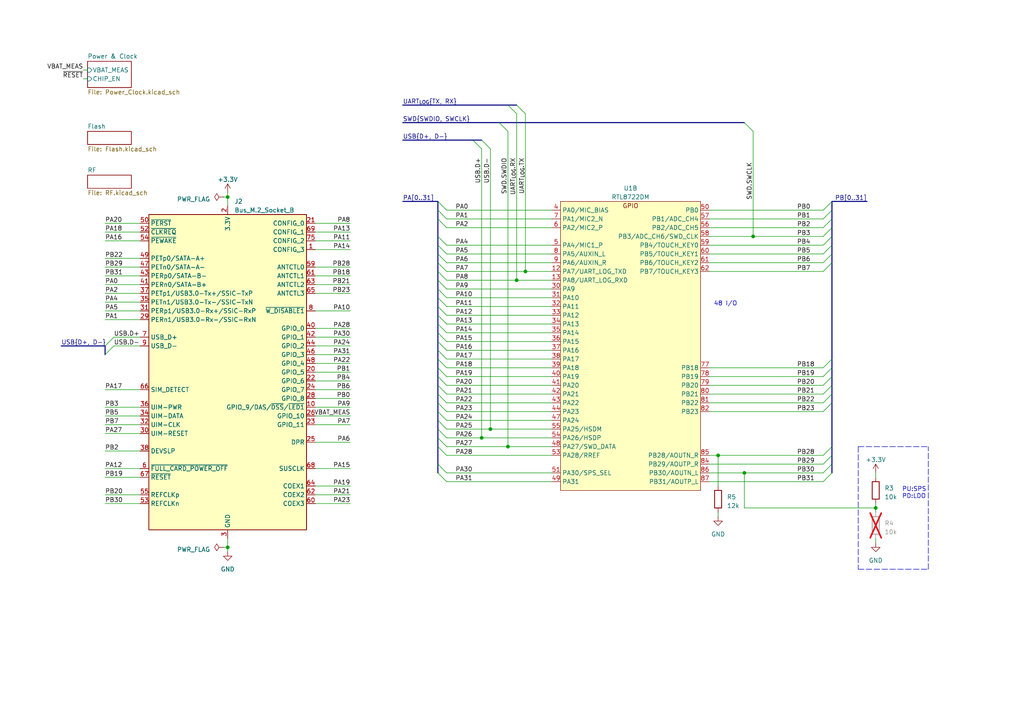
<source format=kicad_sch>
(kicad_sch (version 20230121) (generator eeschema)
  (paper "A4")
  (title_block (title "${title}") (rev "${revision}") (company "${company}") (comment 1 "author: ${author}") (comment 2 "pid: ${pid}"))
  (lib_symbols
    (symbol "Connector:Bus_M.2_Socket_B"
      (property "Reference" "J" (at -22.86 46.99 0))
      (property "Value" "Bus_M.2_Socket_B" (at 16.51 46.99 0))
      (symbol "Bus_M.2_Socket_B_0_1"
        (rectangle (start -22.86 45.72) (end 22.86 -45.72) (stroke (width 0.254)) (fill (type background)))
      )
      (symbol "Bus_M.2_Socket_B_1_1"
        (pin input line (at 25.4 35.56 180) (length 2.54) (name "CONFIG_3") (number "1"))
        (pin bidirectional line (at 25.4 -10.16 180) (length 2.54) (name "GPIO_9/DAS/~{DSS}/~{LED1}") (number "10"))
        (pin passive line (at 0 -48.26 90) (length 2.54) hide (name "GND") (number "11"))
        (pin power_in line (at 0 48.26 270) (length 2.54) (name "3.3V") (number "2"))
        (pin bidirectional line (at 25.4 0 180) (length 2.54) (name "GPIO_5") (number "20"))
        (pin input line (at 25.4 43.18 180) (length 2.54) (name "CONFIG_0") (number "21"))
        (pin bidirectional line (at 25.4 -2.54 180) (length 2.54) (name "GPIO_6") (number "22"))
        (pin bidirectional line (at 25.4 -15.24 180) (length 2.54) (name "GPIO_11") (number "23"))
        (pin bidirectional line (at 25.4 -5.08 180) (length 2.54) (name "GPIO_7") (number "24"))
        (pin output line (at 25.4 -20.32 180) (length 2.54) (name "DPR") (number "25"))
        (pin bidirectional line (at 25.4 -12.7 180) (length 2.54) (name "GPIO_10") (number "26"))
        (pin passive line (at 0 -48.26 90) (length 2.54) hide (name "GND") (number "27"))
        (pin bidirectional line (at 25.4 -7.62 180) (length 2.54) (name "GPIO_8") (number "28"))
        (pin input line (at -25.4 15.24 0) (length 2.54) (name "PERn1/USB3.0-Rx-/SSIC-RxN") (number "29"))
        (pin power_in line (at 0 -48.26 90) (length 2.54) (name "GND") (number "3"))
        (pin input line (at -25.4 -17.78 0) (length 2.54) (name "UIM-RESET") (number "30"))
        (pin input line (at -25.4 17.78 0) (length 2.54) (name "PERp1/USB3.0-Rx+/SSIC-RxP") (number "31"))
        (pin input line (at -25.4 -15.24 0) (length 2.54) (name "UIM-CLK") (number "32"))
        (pin passive line (at 0 -48.26 90) (length 2.54) hide (name "GND") (number "33"))
        (pin bidirectional line (at -25.4 -12.7 0) (length 2.54) (name "UIM-DATA") (number "34"))
        (pin output line (at -25.4 20.32 0) (length 2.54) (name "PETn1/USB3.0-Tx-/SSIC-TxN") (number "35"))
        (pin input line (at -25.4 -10.16 0) (length 2.54) (name "UIM-PWR") (number "36"))
        (pin output line (at -25.4 22.86 0) (length 2.54) (name "PETp1/USB3.0-Tx+/SSIC-TxP") (number "37"))
        (pin output line (at -25.4 -22.86 0) (length 2.54) (name "DEVSLP") (number "38"))
        (pin passive line (at 0 -48.26 90) (length 2.54) hide (name "GND") (number "39"))
        (pin passive line (at 0 48.26 270) (length 2.54) hide (name "3.3V") (number "4"))
        (pin bidirectional line (at 25.4 12.7 180) (length 2.54) (name "GPIO_0") (number "40"))
        (pin input line (at -25.4 25.4 0) (length 2.54) (name "PERn0/SATA-B+") (number "41"))
        (pin bidirectional line (at 25.4 10.16 180) (length 2.54) (name "GPIO_1") (number "42"))
        (pin input line (at -25.4 27.94 0) (length 2.54) (name "PERp0/SATA-B-") (number "43"))
        (pin bidirectional line (at 25.4 7.62 180) (length 2.54) (name "GPIO_2") (number "44"))
        (pin passive line (at 0 -48.26 90) (length 2.54) hide (name "GND") (number "45"))
        (pin bidirectional line (at 25.4 5.08 180) (length 2.54) (name "GPIO_3") (number "46"))
        (pin output line (at -25.4 30.48 0) (length 2.54) (name "PETn0/SATA-A-") (number "47"))
        (pin bidirectional line (at 25.4 2.54 180) (length 2.54) (name "GPIO_4") (number "48"))
        (pin output line (at -25.4 33.02 0) (length 2.54) (name "PETp0/SATA-A+") (number "49"))
        (pin passive line (at 0 -48.26 90) (length 2.54) hide (name "GND") (number "5"))
        (pin output line (at -25.4 43.18 0) (length 2.54) (name "~{PERST}") (number "50"))
        (pin passive line (at 0 -48.26 90) (length 2.54) hide (name "GND") (number "51"))
        (pin bidirectional line (at -25.4 40.64 0) (length 2.54) (name "~{CLKREQ}") (number "52"))
        (pin output line (at -25.4 -38.1 0) (length 2.54) (name "REFCLKn") (number "53"))
        (pin bidirectional line (at -25.4 38.1 0) (length 2.54) (name "~{PEWAKE}") (number "54"))
        (pin output line (at -25.4 -35.56 0) (length 2.54) (name "REFCLKp") (number "55"))
        (pin no_connect line (at 22.86 -43.18 180) (length 2.54) hide (name "NC") (number "56"))
        (pin passive line (at 0 -48.26 90) (length 2.54) hide (name "GND") (number "57"))
        (pin no_connect line (at 22.86 -40.64 180) (length 2.54) hide (name "NC") (number "58"))
        (pin input line (at 25.4 30.48 180) (length 2.54) (name "ANTCTL0") (number "59"))
        (pin output line (at -25.4 -27.94 0) (length 2.54) (name "~{FULL_CARD_POWER_OFF}") (number "6"))
        (pin bidirectional line (at 25.4 -38.1 180) (length 2.54) (name "COEX3") (number "60"))
        (pin input line (at 25.4 27.94 180) (length 2.54) (name "ANTCTL1") (number "61"))
        (pin bidirectional line (at 25.4 -35.56 180) (length 2.54) (name "COEX2") (number "62"))
        (pin input line (at 25.4 25.4 180) (length 2.54) (name "ANTCTL2") (number "63"))
        (pin bidirectional line (at 25.4 -33.02 180) (length 2.54) (name "COEX1") (number "64"))
        (pin input line (at 25.4 22.86 180) (length 2.54) (name "ANTCTL3") (number "65"))
        (pin output line (at -25.4 -5.08 0) (length 2.54) (name "SIM_DETECT") (number "66"))
        (pin output line (at -25.4 -30.48 0) (length 2.54) (name "~{RESET}") (number "67"))
        (pin output line (at 25.4 -27.94 180) (length 2.54) (name "SUSCLK") (number "68"))
        (pin input line (at 25.4 40.64 180) (length 2.54) (name "CONFIG_1") (number "69"))
        (pin bidirectional line (at -25.4 10.16 0) (length 2.54) (name "USB_D+") (number "7"))
        (pin passive line (at 0 48.26 270) (length 2.54) hide (name "3.3V") (number "70"))
        (pin passive line (at 0 -48.26 90) (length 2.54) hide (name "GND") (number "71"))
        (pin passive line (at 0 48.26 270) (length 2.54) hide (name "3.3V") (number "72"))
        (pin passive line (at 0 -48.26 90) (length 2.54) hide (name "GND") (number "73"))
        (pin passive line (at 0 48.26 270) (length 2.54) hide (name "3.3V") (number "74"))
        (pin input line (at 25.4 38.1 180) (length 2.54) (name "CONFIG_2") (number "75"))
        (pin output line (at 25.4 17.78 180) (length 2.54) (name "~{W_DISABLE1}") (number "8"))
        (pin bidirectional line (at -25.4 7.62 0) (length 2.54) (name "USB_D-") (number "9"))
      )
    )
    (symbol "Connector:Conn_ARM_SWD_TagConnect_TC2030-NL" (in_bom no)
      (property "Reference" "J" (at 2.54 11.43 0))
      (property "Value" "Conn_ARM_SWD_TagConnect_TC2030-NL" (at 2.54 8.89 0))
      (symbol "Conn_ARM_SWD_TagConnect_TC2030-NL_0_0"
        (pin power_in line (at -2.54 10.16 270) (length 2.54) (name "VCC") (number "1"))
        (pin bidirectional line (at 7.62 -2.54 180) (length 2.54) (name "SWDIO") (number "2"))
        (pin open_collector line (at 7.62 5.08 180) (length 2.54) (name "~{RESET}") (number "3"))
        (pin output line (at 7.62 0 180) (length 2.54) (name "SWCLK") (number "4"))
        (pin power_in line (at -2.54 -10.16 90) (length 2.54) (name "GND") (number "5"))
        (pin input line (at 7.62 -5.08 180) (length 2.54) (name "SWO") (number "6"))
      )
      (symbol "Conn_ARM_SWD_TagConnect_TC2030-NL_0_1"
        (rectangle (start -5.08 7.62) (end 5.08 -7.62) (fill (type background)))
      )
    )
    (symbol "Device:R" (pin_numbers hide) (pin_names (offset 0))
      (property "Reference" "R" (at 2.032 0 90))
      (property "Value" "R" (at 0 0 90))
      (symbol "R_0_1"
        (rectangle (start -1.016 -2.54) (end 1.016 2.54) (stroke (width 0.254)))
      )
      (symbol "R_1_1"
        (pin passive line (at 0 3.81 270) (length 1.27) (name "~") (number "1"))
        (pin passive line (at 0 -3.81 90) (length 1.27) (name "~") (number "2"))
      )
    )
    (symbol "MCU_Realtek:RTL8722DM"
      (property "Reference" "U" (at -20.32 57.15 0))
      (property "Value" "RTL8722DM" (at 15.24 -29.21 0))
      (symbol "RTL8722DM_1_0"
        (pin input line (at -33.02 0 0) (length 2.54) (name "CHIP_EN") (number "11"))
      )
      (symbol "RTL8722DM_1_1"
        (rectangle (start -30.48 20.32) (end 27.94 -15.24) (fill (type background)))
        (text "Power and XTAL" (at 0 0 0) (effects (font (size 1.27 1.27))))
        (pin passive line (at -2.54 -17.78 90) (length 2.54) (name "AUDIO_GND") (number "1"))
        (pin power_in line (at 17.78 22.86 270) (length 2.54) (name "VD1833_GPIO") (number "10"))
        (pin power_in line (at -20.32 22.86 270) (length 2.54) (name "VA11_AFE") (number "14"))
        (pin power_in line (at 15.24 22.86 270) (length 2.54) (name "VA1833_XTAL") (number "15"))
        (pin output line (at -33.02 -12.7 0) (length 2.54) (name "XO") (number "16"))
        (pin input line (at -33.02 -10.16 0) (length 2.54) (name "XI") (number "17"))
        (pin power_in line (at -5.08 22.86 270) (length 2.54) (name "VR1833_SYN") (number "18"))
        (pin power_in line (at -15.24 22.86 270) (length 2.54) (name "VR11_SYN") (number "19"))
        (pin power_out line (at 30.48 0 180) (length 2.54) (name "AVCC") (number "2"))
        (pin power_in line (at -12.7 22.86 270) (length 2.54) (name "VR11_RF2") (number "20"))
        (pin power_in line (at -2.54 22.86 270) (length 2.54) (name "VR1833_PAD_A") (number "21"))
        (pin power_in line (at 0 22.86 270) (length 2.54) (name "VR1833_PA_A") (number "22"))
        (pin power_in line (at 2.54 22.86 270) (length 2.54) (name "VR1833_PA_G") (number "28"))
        (pin power_in line (at -10.16 22.86 270) (length 2.54) (name "VR11_RF1") (number "29"))
        (pin power_out line (at 30.48 -2.54 180) (length 2.54) (name "AUDIO_VREF") (number "3"))
        (pin power_in line (at 20.32 22.86 270) (length 2.54) (name "VD1833_GPIO") (number "45"))
        (pin power_in line (at -27.94 22.86 270) (length 2.54) (name "VD11_CORE") (number "46"))
        (pin power_in line (at 12.7 22.86 270) (length 2.54) (name "VA1833_USB") (number "52"))
        (pin input line (at -33.02 5.08 0) (length 2.54) (name "VBAT_MEAS") (number "63"))
        (pin power_in line (at 7.62 22.86 270) (length 2.54) (name "VA1833_PLL") (number "64"))
        (pin power_in line (at -22.86 22.86 270) (length 2.54) (name "VA11_PLL") (number "65"))
        (pin power_out line (at 30.48 -5.08 180) (length 2.54) (name "VD18_PSRAM") (number "66"))
        (pin power_in line (at 22.86 22.86 270) (length 2.54) (name "VD1833_PMU") (number "67"))
        (pin passive line (at 2.54 -17.78 90) (length 2.54) (name "GNDSPS") (number "68"))
        (pin power_out line (at 30.48 5.08 180) (length 2.54) (name "SW_LX") (number "69"))
        (pin power_in line (at 10.16 22.86 270) (length 2.54) (name "VD1833_SPS/VD1833_FLASH") (number "70"))
        (pin power_in line (at -25.4 22.86 270) (length 2.54) (name "VD11_CORE") (number "83"))
        (pin power_in line (at 25.4 22.86 270) (length 2.54) (name "AVCC_DRIV") (number "88"))
        (pin power_in line (at 0 -17.78 90) (length 2.54) (name "GND") (number "89"))
      )
      (symbol "RTL8722DM_2_1"
        (rectangle (start -20.32 55.88) (end 20.32 -27.94) (fill (type background)))
        (text "GPIO" (at 0 54.61 0) (effects (font (size 1.27 1.27))))
        (pin bidirectional line (at -22.86 35.56 0) (length 2.54) (name "PA7/UART_LOG_TXD") (number "12"))
        (pin bidirectional line (at -22.86 33.02 0) (length 2.54) (name "PA8/UART_LOG_RXD") (number "13"))
        (pin bidirectional line (at -22.86 30.48 0) (length 2.54) (name "PA9") (number "30"))
        (pin bidirectional line (at -22.86 27.94 0) (length 2.54) (name "PA10") (number "31"))
        (pin bidirectional line (at -22.86 25.4 0) (length 2.54) (name "PA11") (number "32"))
        (pin bidirectional line (at -22.86 22.86 0) (length 2.54) (name "PA12") (number "33"))
        (pin bidirectional line (at -22.86 20.32 0) (length 2.54) (name "PA13") (number "34"))
        (pin bidirectional line (at -22.86 17.78 0) (length 2.54) (name "PA14") (number "35"))
        (pin bidirectional line (at -22.86 15.24 0) (length 2.54) (name "PA15") (number "36"))
        (pin bidirectional line (at -22.86 12.7 0) (length 2.54) (name "PA16") (number "37"))
        (pin bidirectional line (at -22.86 10.16 0) (length 2.54) (name "PA17") (number "38"))
        (pin bidirectional line (at -22.86 7.62 0) (length 2.54) (name "PA18") (number "39"))
        (pin bidirectional line (at -22.86 53.34 0) (length 2.54) (name "PA0/MIC_BIAS") (number "4"))
        (pin bidirectional line (at -22.86 5.08 0) (length 2.54) (name "PA19") (number "40"))
        (pin bidirectional line (at -22.86 2.54 0) (length 2.54) (name "PA20") (number "41"))
        (pin bidirectional line (at -22.86 0 0) (length 2.54) (name "PA21") (number "42"))
        (pin bidirectional line (at -22.86 -2.54 0) (length 2.54) (name "PA22") (number "43"))
        (pin bidirectional line (at -22.86 -5.08 0) (length 2.54) (name "PA23") (number "44"))
        (pin bidirectional line (at -22.86 -7.62 0) (length 2.54) (name "PA24") (number "47"))
        (pin bidirectional line (at -22.86 -15.24 0) (length 2.54) (name "PA27/SWD_DATA") (number "48"))
        (pin bidirectional line (at -22.86 -25.4 0) (length 2.54) (name "PA31") (number "49"))
        (pin bidirectional line (at -22.86 43.18 0) (length 2.54) (name "PA4/MIC1_P") (number "5"))
        (pin bidirectional line (at 22.86 53.34 180) (length 2.54) (name "PB0") (number "50"))
        (pin bidirectional line (at -22.86 -22.86 0) (length 2.54) (name "PA30/SPS_SEL") (number "51"))
        (pin bidirectional line (at -22.86 -17.78 0) (length 2.54) (name "PA28/RREF") (number "53"))
        (pin bidirectional line (at -22.86 -12.7 0) (length 2.54) (name "PA26/HSDP") (number "54"))
        (pin bidirectional line (at -22.86 -10.16 0) (length 2.54) (name "PA25/HSDM") (number "55"))
        (pin bidirectional line (at 22.86 48.26 180) (length 2.54) (name "PB2/ADC_CH5") (number "56"))
        (pin bidirectional line (at 22.86 50.8 180) (length 2.54) (name "PB1/ADC_CH4") (number "57"))
        (pin bidirectional line (at 22.86 45.72 180) (length 2.54) (name "PB3/ADC_CH6/SWD_CLK") (number "58"))
        (pin bidirectional line (at 22.86 43.18 180) (length 2.54) (name "PB4/TOUCH_KEY0") (number "59"))
        (pin bidirectional line (at -22.86 48.26 0) (length 2.54) (name "PA2/MIC2_P") (number "6"))
        (pin bidirectional line (at 22.86 40.64 180) (length 2.54) (name "PB5/TOUCH_KEY1") (number "60"))
        (pin bidirectional line (at 22.86 38.1 180) (length 2.54) (name "PB6/TOUCH_KEY2") (number "61"))
        (pin bidirectional line (at 22.86 35.56 180) (length 2.54) (name "PB7/TOUCH_KEY3") (number "62"))
        (pin bidirectional line (at -22.86 50.8 0) (length 2.54) (name "PA1/MIC2_N") (number "7"))
        (pin bidirectional line (at 22.86 7.62 180) (length 2.54) (name "PB18") (number "77"))
        (pin bidirectional line (at 22.86 5.08 180) (length 2.54) (name "PB19") (number "78"))
        (pin bidirectional line (at 22.86 2.54 180) (length 2.54) (name "PB20") (number "79"))
        (pin bidirectional line (at -22.86 40.64 0) (length 2.54) (name "PA5/AUXIN_L") (number "8"))
        (pin bidirectional line (at 22.86 0 180) (length 2.54) (name "PB21") (number "80"))
        (pin bidirectional line (at 22.86 -2.54 180) (length 2.54) (name "PB22") (number "81"))
        (pin bidirectional line (at 22.86 -5.08 180) (length 2.54) (name "PB23") (number "82"))
        (pin bidirectional line (at 22.86 -20.32 180) (length 2.54) (name "PB29/AOUTP_R") (number "84"))
        (pin bidirectional line (at 22.86 -17.78 180) (length 2.54) (name "PB28/AOUTN_R") (number "85"))
        (pin bidirectional line (at 22.86 -22.86 180) (length 2.54) (name "PB30/AOUTN_L") (number "86"))
        (pin bidirectional line (at 22.86 -25.4 180) (length 2.54) (name "PB31/AOUTP_L") (number "87"))
        (pin bidirectional line (at -22.86 38.1 0) (length 2.54) (name "PA6/AUXIN_R") (number "9"))
      )
      (symbol "RTL8722DM_3_1"
        (rectangle (start -7.62 12.7) (end 7.62 -10.16) (fill (type background)))
        (text "RF" (at 0 11.43 0) (effects (font (size 1.27 1.27))))
        (pin bidirectional line (at 10.16 7.62 180) (length 2.54) (name "RFIO_A") (number "23"))
        (pin input line (at 10.16 5.08 180) (length 2.54) (name "RXIN_A/GND") (number "24"))
        (pin power_in line (at 0 -12.7 90) (length 2.54) (name "RFGND") (number "25"))
        (pin input line (at 10.16 2.54 180) (length 2.54) (name "RFIN_G") (number "26"))
        (pin output line (at 10.16 0 180) (length 2.54) (name "RFOUT_G") (number "27"))
      )
      (symbol "RTL8722DM_4_1"
        (rectangle (start -5.08 10.16) (end 5.08 -10.16) (fill (type background)))
        (text "Flash" (at 0 8.89 0) (effects (font (size 1.27 1.27))))
        (pin bidirectional line (at 7.62 -7.62 180) (length 2.54) (name "SPI_IO3") (number "71"))
        (pin bidirectional line (at 7.62 0 180) (length 2.54) (name "SPI_IO0") (number "72"))
        (pin bidirectional line (at 7.62 2.54 180) (length 2.54) (name "SPI_CLK") (number "73"))
        (pin bidirectional line (at 7.62 -5.08 180) (length 2.54) (name "SPI_IO2") (number "74"))
        (pin bidirectional line (at 7.62 -2.54 180) (length 2.54) (name "SPI_IO1") (number "75"))
        (pin bidirectional line (at 7.62 5.08 180) (length 2.54) (name "SPI_~{CS}") (number "76"))
      )
    )
    (symbol "power:+3.3V" (power) (pin_names (offset 0))
      (property "Value" "+3.3V" (at 0 3.556 0))
      (symbol "+3.3V_0_1"
        (polyline (pts (xy -0.762 1.27) (xy 0 2.54)))
        (polyline (pts (xy 0 0) (xy 0 2.54)))
        (polyline (pts (xy 0 2.54) (xy 0.762 1.27)))
      )
      (symbol "+3.3V_1_1"
        (pin power_in line (at 0 0 90) (length 0) hide (name "+3.3V") (number "1"))
      )
    )
    (symbol "power:GND" (power) (pin_names (offset 0))
      (property "Value" "GND" (at 0 -3.81 0))
      (symbol "GND_0_1"
        (polyline (pts (xy 0 0) (xy 0 -1.27) (xy 1.27 -1.27) (xy 0 -2.54) (xy -1.27 -1.27) (xy 0 -1.27)))
      )
      (symbol "GND_1_1"
        (pin power_in line (at 0 0 270) (length 0) hide (name "GND") (number "1"))
      )
    )
    (symbol "power:PWR_FLAG" (power) (pin_numbers hide) (pin_names (offset 0) hide)
      (property "Value" "PWR_FLAG" (at 0 3.81 0))
      (symbol "PWR_FLAG_0_0"
        (pin power_out line (at 0 0 90) (length 0) (name "pwr") (number "1"))
      )
      (symbol "PWR_FLAG_0_1"
        (polyline (pts (xy 0 0) (xy 0 1.27) (xy -1.016 1.905) (xy 0 2.54) (xy 1.016 1.905) (xy 0 1.27)))
      )
    )
  )
  (junction (at 139.7 127))
  (junction (at 66.04 57.15))
  (junction (at 149.86 81.28))
  (junction (at 66.04 158.75))
  (junction (at 208.28 132.08))
  (junction (at 215.9 137.16))
  (junction (at 254 147.32))
  (junction (at 142.24 124.46))
  (junction (at 152.4 78.74))
  (junction (at 147.32 129.54))
  (junction (at 218.44 68.58))
  (no_connect (at 113.03 -54.61))
  (no_connect (at 125.73 -22.86))
  (bus_entry (at 215.9 35.56) (size 2.54 2.54))
  (bus_entry (at 238.76 111.76) (size 2.54 -2.54))
  (bus_entry (at 238.76 63.5) (size 2.54 -2.54))
  (bus_entry (at 127 137.16) (size 2.54 2.54))
  (bus_entry (at 238.76 76.2) (size 2.54 -2.54))
  (bus_entry (at 238.76 132.08) (size 2.54 -2.54))
  (bus_entry (at 238.76 60.96) (size 2.54 -2.54))
  (bus_entry (at 238.76 66.04) (size 2.54 -2.54))
  (bus_entry (at 127 116.84) (size 2.54 2.54))
  (bus_entry (at 127 71.12) (size 2.54 2.54))
  (bus_entry (at 238.76 73.66) (size 2.54 -2.54))
  (bus_entry (at 238.76 114.3) (size 2.54 -2.54))
  (bus_entry (at 142.24 43.18) (size -2.54 -2.54))
  (bus_entry (at 238.76 109.22) (size 2.54 -2.54))
  (bus_entry (at 127 124.46) (size 2.54 2.54))
  (bus_entry (at 127 93.98) (size 2.54 2.54))
  (bus_entry (at 127 68.58) (size 2.54 2.54))
  (bus_entry (at 238.76 71.12) (size 2.54 -2.54))
  (bus_entry (at 238.76 119.38) (size 2.54 -2.54))
  (bus_entry (at 139.7 -27.94) (size -2.54 2.54))
  (bus_entry (at 127 58.42) (size 2.54 2.54))
  (bus_entry (at 33.02 97.79) (size -2.54 2.54))
  (bus_entry (at 238.76 68.58) (size 2.54 -2.54))
  (bus_entry (at 149.86 30.48) (size 2.54 2.54))
  (bus_entry (at 127 81.28) (size 2.54 2.54))
  (bus_entry (at 238.76 78.74) (size 2.54 -2.54))
  (bus_entry (at 127 121.92) (size 2.54 2.54))
  (bus_entry (at 127 109.22) (size 2.54 2.54))
  (bus_entry (at 127 104.14) (size 2.54 2.54))
  (bus_entry (at 127 63.5) (size 2.54 2.54))
  (bus_entry (at 238.76 139.7) (size 2.54 -2.54))
  (bus_entry (at 238.76 134.62) (size 2.54 -2.54))
  (bus_entry (at 127 114.3) (size 2.54 2.54))
  (bus_entry (at 127 134.62) (size 2.54 2.54))
  (bus_entry (at 127 73.66) (size 2.54 2.54))
  (bus_entry (at 139.7 -30.48) (size -2.54 2.54))
  (bus_entry (at 127 96.52) (size 2.54 2.54))
  (bus_entry (at 127 78.74) (size 2.54 2.54))
  (bus_entry (at 127 99.06) (size 2.54 2.54))
  (bus_entry (at 127 106.68) (size 2.54 2.54))
  (bus_entry (at 238.76 116.84) (size 2.54 -2.54))
  (bus_entry (at 127 119.38) (size 2.54 2.54))
  (bus_entry (at 127 127) (size 2.54 2.54))
  (bus_entry (at 127 60.96) (size 2.54 2.54))
  (bus_entry (at 128.27 -59.69) (size -2.54 2.54))
  (bus_entry (at 238.76 137.16) (size 2.54 -2.54))
  (bus_entry (at 238.76 106.68) (size 2.54 -2.54))
  (bus_entry (at 33.02 100.33) (size -2.54 2.54))
  (bus_entry (at 127 88.9) (size 2.54 2.54))
  (bus_entry (at 127 86.36) (size 2.54 2.54))
  (bus_entry (at 147.32 30.48) (size 2.54 2.54))
  (bus_entry (at 127 91.44) (size 2.54 2.54))
  (bus_entry (at 127 129.54) (size 2.54 2.54))
  (bus_entry (at 127 101.6) (size 2.54 2.54))
  (bus_entry (at 127 83.82) (size 2.54 2.54))
  (bus_entry (at 128.27 -62.23) (size -2.54 2.54))
  (bus_entry (at 139.7 43.18) (size -2.54 -2.54))
  (bus_entry (at 127 111.76) (size 2.54 2.54))
  (bus_entry (at 144.78 35.56) (size 2.54 2.54))
  (bus_entry (at 127 76.2) (size 2.54 2.54))
  (bus (pts (xy 127 116.84) (xy 127 114.3)))
  (bus (pts (xy 127 137.16) (xy 127 134.62)))
  (wire (pts (xy 30.48 69.85) (xy 40.64 69.85)))
  (wire (pts (xy 129.54 71.12) (xy 160.02 71.12)))
  (wire (pts (xy 91.44 105.41) (xy 101.6 105.41)))
  (wire (pts (xy 124.46 -33.02) (xy 127 -33.02)))
  (wire (pts (xy 254 137.16) (xy 254 138.43)))
  (wire (pts (xy 91.44 110.49) (xy 101.6 110.49)))
  (bus (pts (xy 127 119.38) (xy 127 116.84)))
  (wire (pts (xy 139.7 43.18) (xy 139.7 127)))
  (wire (pts (xy 129.54 104.14) (xy 160.02 104.14)))
  (bus (pts (xy 144.78 35.56) (xy 215.9 35.56)))
  (wire (pts (xy 91.44 67.31) (xy 101.6 67.31)))
  (wire (pts (xy 66.04 158.75) (xy 66.04 160.02)))
  (wire (pts (xy 30.48 130.81) (xy 40.64 130.81)))
  (wire (pts (xy 205.74 78.74) (xy 238.76 78.74)))
  (bus (pts (xy 241.3 132.08) (xy 241.3 129.54)))
  (bus (pts (xy 127 127) (xy 127 124.46)))
  (wire (pts (xy 205.74 139.7) (xy 238.76 139.7)))
  (wire (pts (xy 205.74 106.68) (xy 238.76 106.68)))
  (bus (pts (xy 241.3 137.16) (xy 241.3 134.62)))
  (bus (pts (xy 127 121.92) (xy 127 119.38)))
  (wire (pts (xy 30.48 77.47) (xy 40.64 77.47)))
  (wire (pts (xy 205.74 111.76) (xy 238.76 111.76)))
  (wire (pts (xy 30.48 113.03) (xy 40.64 113.03)))
  (wire (pts (xy 129.54 116.84) (xy 160.02 116.84)))
  (bus (pts (xy 127 88.9) (xy 127 86.36)))
  (bus (pts (xy 139.7 -30.48) (xy 139.7 -27.94)))
  (bus (pts (xy 241.3 116.84) (xy 241.3 114.3)))
  (bus (pts (xy 127 73.66) (xy 127 71.12)))
  (wire (pts (xy 129.54 96.52) (xy 160.02 96.52)))
  (bus (pts (xy 241.3 106.68) (xy 241.3 104.14)))
  (wire (pts (xy 208.28 148.59) (xy 208.28 149.86)))
  (bus (pts (xy 116.84 35.56) (xy 144.78 35.56)))
  (wire (pts (xy 30.48 87.63) (xy 40.64 87.63)))
  (bus (pts (xy 127 71.12) (xy 127 68.58)))
  (wire (pts (xy 91.44 107.95) (xy 101.6 107.95)))
  (wire (pts (xy 205.74 114.3) (xy 238.76 114.3)))
  (bus (pts (xy 127 99.06) (xy 127 96.52)))
  (wire (pts (xy 33.02 97.79) (xy 40.64 97.79)))
  (wire (pts (xy 30.48 125.73) (xy 40.64 125.73)))
  (wire (pts (xy 30.48 123.19) (xy 40.64 123.19)))
  (wire (pts (xy 91.44 97.79) (xy 101.6 97.79)))
  (wire (pts (xy 129.54 91.44) (xy 160.02 91.44)))
  (bus (pts (xy 127 106.68) (xy 127 104.14)))
  (wire (pts (xy 101.6 -49.53) (xy 101.6 -48.26)))
  (wire (pts (xy 205.74 134.62) (xy 238.76 134.62)))
  (bus (pts (xy 241.3 129.54) (xy 241.3 116.84)))
  (wire (pts (xy 30.48 146.05) (xy 40.64 146.05)))
  (wire (pts (xy 205.74 63.5) (xy 238.76 63.5)))
  (wire (pts (xy 129.54 83.82) (xy 160.02 83.82)))
  (wire (pts (xy 124.46 -27.94) (xy 137.16 -27.94)))
  (wire (pts (xy 101.6 85.09) (xy 91.44 85.09)))
  (wire (pts (xy 205.74 119.38) (xy 238.76 119.38)))
  (wire (pts (xy 30.48 92.71) (xy 40.64 92.71)))
  (wire (pts (xy 91.44 102.87) (xy 101.6 102.87)))
  (bus (pts (xy 127 83.82) (xy 127 81.28)))
  (wire (pts (xy 254 147.32) (xy 254 146.05)))
  (wire (pts (xy 149.86 81.28) (xy 160.02 81.28)))
  (wire (pts (xy 111.76 -59.69) (xy 125.73 -59.69)))
  (bus (pts (xy 127 96.52) (xy 127 93.98)))
  (wire (pts (xy 129.54 99.06) (xy 160.02 99.06)))
  (bus (pts (xy 241.3 63.5) (xy 241.3 60.96)))
  (wire (pts (xy 205.74 66.04) (xy 238.76 66.04)))
  (wire (pts (xy 129.54 132.08) (xy 160.02 132.08)))
  (bus (pts (xy 241.3 58.42) (xy 251.46 58.42)))
  (wire (pts (xy 30.48 120.65) (xy 40.64 120.65)))
  (wire (pts (xy 215.9 137.16) (xy 238.76 137.16)))
  (bus (pts (xy 127 114.3) (xy 127 111.76)))
  (wire (pts (xy 40.64 138.43) (xy 30.48 138.43)))
  (wire (pts (xy 91.44 90.17) (xy 101.6 90.17)))
  (wire (pts (xy 147.32 129.54) (xy 160.02 129.54)))
  (bus (pts (xy 147.32 30.48) (xy 149.86 30.48)))
  (wire (pts (xy 152.4 78.74) (xy 160.02 78.74)))
  (bus (pts (xy 241.3 68.58) (xy 241.3 66.04)))
  (wire (pts (xy 91.44 120.65) (xy 101.6 120.65)))
  (wire (pts (xy 91.44 77.47) (xy 101.6 77.47)))
  (bus (pts (xy 241.3 111.76) (xy 241.3 109.22)))
  (wire (pts (xy 111.76 -64.77) (xy 114.3 -64.77)))
  (wire (pts (xy 91.44 113.03) (xy 101.6 113.03)))
  (wire (pts (xy 91.44 128.27) (xy 101.6 128.27)))
  (bus (pts (xy 30.48 100.33) (xy 30.48 102.87)))
  (wire (pts (xy 129.54 109.22) (xy 160.02 109.22)))
  (wire (pts (xy 129.54 111.76) (xy 160.02 111.76)))
  (bus (pts (xy 127 109.22) (xy 127 106.68)))
  (wire (pts (xy 129.54 129.54) (xy 147.32 129.54)))
  (wire (pts (xy 129.54 114.3) (xy 160.02 114.3)))
  (bus (pts (xy 128.27 -62.23) (xy 128.27 -59.69)))
  (wire (pts (xy 24.13 22.86) (xy 25.4 22.86)))
  (wire (pts (xy 254 156.21) (xy 254 157.48)))
  (wire (pts (xy 218.44 38.1) (xy 218.44 68.58)))
  (polyline (pts (xy 248.92 129.54) (xy 269.24 129.54)) (stroke (width 0) (type dash)))
  (wire (pts (xy 66.04 156.21) (xy 66.04 158.75)))
  (bus (pts (xy 127 129.54) (xy 127 127)))
  (bus (pts (xy 241.3 134.62) (xy 241.3 132.08)))
  (wire (pts (xy 91.44 82.55) (xy 101.6 82.55)))
  (wire (pts (xy 30.48 82.55) (xy 40.64 82.55)))
  (wire (pts (xy 205.74 132.08) (xy 208.28 132.08)))
  (wire (pts (xy 91.44 123.19) (xy 101.6 123.19)))
  (wire (pts (xy 30.48 64.77) (xy 40.64 64.77)))
  (wire (pts (xy 91.44 118.11) (xy 101.6 118.11)))
  (wire (pts (xy 91.44 80.01) (xy 101.6 80.01)))
  (wire (pts (xy 208.28 132.08) (xy 238.76 132.08)))
  (wire (pts (xy 129.54 139.7) (xy 160.02 139.7)))
  (bus (pts (xy 127 124.46) (xy 127 121.92)))
  (bus (pts (xy 127 101.6) (xy 127 99.06)))
  (bus (pts (xy 241.3 76.2) (xy 241.3 73.66)))
  (wire (pts (xy 218.44 68.58) (xy 238.76 68.58)))
  (wire (pts (xy 66.04 55.88) (xy 66.04 57.15)))
  (wire (pts (xy 91.44 140.97) (xy 101.6 140.97)))
  (wire (pts (xy 129.54 66.04) (xy 160.02 66.04)))
  (bus (pts (xy 127 111.76) (xy 127 109.22)))
  (wire (pts (xy 205.74 68.58) (xy 218.44 68.58)))
  (wire (pts (xy 129.54 127) (xy 139.7 127)))
  (bus (pts (xy 127 68.58) (xy 127 63.5)))
  (wire (pts (xy 91.44 100.33) (xy 101.6 100.33)))
  (wire (pts (xy 30.48 90.17) (xy 40.64 90.17)))
  (bus (pts (xy 241.3 71.12) (xy 241.3 68.58)))
  (bus (pts (xy 241.3 109.22) (xy 241.3 106.68)))
  (wire (pts (xy 111.76 -54.61) (xy 113.03 -54.61)))
  (wire (pts (xy 30.48 74.93) (xy 40.64 74.93)))
  (wire (pts (xy 66.04 57.15) (xy 66.04 59.69)))
  (wire (pts (xy 64.77 57.15) (xy 66.04 57.15)))
  (wire (pts (xy 215.9 147.32) (xy 254 147.32)))
  (wire (pts (xy 30.48 143.51) (xy 40.64 143.51)))
  (wire (pts (xy 129.54 124.46) (xy 142.24 124.46)))
  (wire (pts (xy 129.54 81.28) (xy 149.86 81.28)))
  (wire (pts (xy 215.9 137.16) (xy 215.9 147.32)))
  (bus (pts (xy 127 91.44) (xy 127 88.9)))
  (wire (pts (xy 24.13 20.32) (xy 25.4 20.32)))
  (bus (pts (xy 127 134.62) (xy 127 129.54)))
  (bus (pts (xy 17.78 100.33) (xy 30.48 100.33)))
  (wire (pts (xy 205.74 76.2) (xy 238.76 76.2)))
  (bus (pts (xy 137.16 40.64) (xy 139.7 40.64)))
  (wire (pts (xy 30.48 85.09) (xy 40.64 85.09)))
  (wire (pts (xy 142.24 124.46) (xy 160.02 124.46)))
  (wire (pts (xy 30.48 67.31) (xy 40.64 67.31)))
  (wire (pts (xy 30.48 118.11) (xy 40.64 118.11)))
  (wire (pts (xy 129.54 63.5) (xy 160.02 63.5)))
  (wire (pts (xy 129.54 73.66) (xy 160.02 73.66)))
  (wire (pts (xy 142.24 43.18) (xy 142.24 124.46)))
  (wire (pts (xy 205.74 73.66) (xy 238.76 73.66)))
  (bus (pts (xy 241.3 66.04) (xy 241.3 63.5)))
  (bus (pts (xy 241.3 114.3) (xy 241.3 111.76)))
  (wire (pts (xy 129.54 119.38) (xy 160.02 119.38)))
  (wire (pts (xy 205.74 116.84) (xy 238.76 116.84)))
  (bus (pts (xy 127 63.5) (xy 127 60.96)))
  (bus (pts (xy 127 86.36) (xy 127 83.82)))
  (wire (pts (xy 91.44 64.77) (xy 101.6 64.77)))
  (wire (pts (xy 33.02 100.33) (xy 40.64 100.33)))
  (wire (pts (xy 30.48 80.01) (xy 40.64 80.01)))
  (wire (pts (xy 205.74 60.96) (xy 238.76 60.96)))
  (wire (pts (xy 91.44 69.85) (xy 101.6 69.85)))
  (bus (pts (xy 127 60.96) (xy 127 58.42)))
  (wire (pts (xy 91.44 135.89) (xy 101.6 135.89)))
  (wire (pts (xy 152.4 33.02) (xy 152.4 78.74)))
  (wire (pts (xy 91.44 146.05) (xy 101.6 146.05)))
  (bus (pts (xy 127 76.2) (xy 127 73.66)))
  (wire (pts (xy 111.76 -57.15) (xy 125.73 -57.15)))
  (polyline (pts (xy 248.92 165.1) (xy 269.24 165.1)) (stroke (width 0) (type dash)))
  (wire (pts (xy 208.28 132.08) (xy 208.28 140.97)))
  (wire (pts (xy 129.54 121.92) (xy 160.02 121.92)))
  (bus (pts (xy 116.84 30.48) (xy 147.32 30.48)))
  (wire (pts (xy 91.44 143.51) (xy 101.6 143.51)))
  (wire (pts (xy 254 147.32) (xy 254 148.59)))
  (wire (pts (xy 129.54 88.9) (xy 160.02 88.9)))
  (bus (pts (xy 241.3 60.96) (xy 241.3 58.42)))
  (wire (pts (xy 147.32 38.1) (xy 147.32 129.54)))
  (wire (pts (xy 101.6 -71.12) (xy 101.6 -69.85)))
  (wire (pts (xy 129.54 101.6) (xy 160.02 101.6)))
  (wire (pts (xy 205.74 71.12) (xy 238.76 71.12)))
  (wire (pts (xy 129.54 60.96) (xy 160.02 60.96)))
  (wire (pts (xy 129.54 78.74) (xy 152.4 78.74)))
  (bus (pts (xy 241.3 73.66) (xy 241.3 71.12)))
  (bus (pts (xy 127 78.74) (xy 127 76.2)))
  (wire (pts (xy 91.44 115.57) (xy 101.6 115.57)))
  (wire (pts (xy 205.74 137.16) (xy 215.9 137.16)))
  (wire (pts (xy 129.54 106.68) (xy 160.02 106.68)))
  (bus (pts (xy 241.3 104.14) (xy 241.3 76.2)))
  (bus (pts (xy 116.84 58.42) (xy 127 58.42)))
  (bus (pts (xy 127 81.28) (xy 127 78.74)))
  (wire (pts (xy 114.3 -39.37) (xy 114.3 -38.1)))
  (wire (pts (xy 129.54 93.98) (xy 160.02 93.98)))
  (wire (pts (xy 139.7 127) (xy 160.02 127)))
  (wire (pts (xy 91.44 95.25) (xy 101.6 95.25)))
  (wire (pts (xy 129.54 76.2) (xy 160.02 76.2)))
  (bus (pts (xy 127 104.14) (xy 127 101.6)))
  (bus (pts (xy 127 93.98) (xy 127 91.44)))
  (polyline (pts (xy 248.92 129.54) (xy 248.92 165.1)) (stroke (width 0) (type dash)))
  (wire (pts (xy 124.46 -25.4) (xy 137.16 -25.4)))
  (wire (pts (xy 205.74 109.22) (xy 238.76 109.22)))
  (wire (pts (xy 64.77 158.75) (xy 66.04 158.75)))
  (bus (pts (xy 137.16 40.64) (xy 116.84 40.64)))
  (wire (pts (xy 149.86 33.02) (xy 149.86 81.28)))
  (wire (pts (xy 129.54 137.16) (xy 160.02 137.16)))
  (wire (pts (xy 114.3 -17.78) (xy 114.3 -16.51)))
  (polyline (pts (xy 269.24 165.1) (xy 269.24 129.54)) (stroke (width 0) (type dash)))
  (wire (pts (xy 91.44 72.39) (xy 101.6 72.39)))
  (wire (pts (xy 124.46 -22.86) (xy 125.73 -22.86)))
  (wire (pts (xy 129.54 86.36) (xy 160.02 86.36)))
  (wire (pts (xy 30.48 135.89) (xy 40.64 135.89)))
  (text "PU:SPS\nPD:LDO" (at 261.62 144.78 0) (effects (font (size 1.27 1.27)) (justify left bottom)))
  (text "48 I/O" (at 207.01 88.9 0) (effects (font (size 1.27 1.27)) (justify left bottom)))
  (label "UART_{LOG}{TX, RX}" (at 116.84 30.48 0))
  (label "PB30" (at 30.48 146.05 0))
  (label "PA5" (at 132.08 73.66 0))
  (label "PB19" (at 30.48 138.43 0))
  (label "USB.D+" (at 33.02 97.79 0))
  (label "PA27" (at 132.08 129.54 0))
  (label "PA8" (at 132.08 81.28 0))
  (label "PB0" (at 101.6 115.57 180))
  (label "~{RESET}" (at 127 -33.02 0))
  (label "PA6" (at 132.08 76.2 0))
  (label "PA[0..31]" (at 116.84 58.42 0))
  (label "PA1" (at 30.48 92.71 0))
  (label "PA12" (at 30.48 135.89 0))
  (label "PA17" (at 132.08 104.14 0))
  (label "PA11" (at 101.6 69.85 180))
  (label "PB22" (at 30.48 74.93 0))
  (label "PB23" (at 101.6 85.09 180))
  (label "VBAT_MEAS" (at 24.13 20.32 180))
  (label "UART_{LOG}.TX" (at 152.4 45.72 270))
  (label "SWD.SWCLK" (at 218.44 46.99 270))
  (label "PB20" (at 30.48 143.51 0))
  (label "PA15" (at 132.08 99.06 0))
  (label "PB28" (at 231.14 132.08 0))
  (label "PA9" (at 132.08 83.82 0))
  (label "PB18" (at 231.14 106.68 0))
  (label "PA14" (at 101.6 72.39 180))
  (label "PA19" (at 101.6 140.97 180))
  (label "PB6" (at 101.6 113.03 180))
  (label "PA30" (at 132.08 137.16 0))
  (label "PB5" (at 231.14 73.66 0))
  (label "USB.D+" (at 139.7 45.72 270))
  (label "PA21" (at 101.6 143.51 180))
  (label "PB29" (at 231.14 134.62 0))
  (label "PA5" (at 30.48 90.17 0))
  (label "PA26" (at 132.08 127 0))
  (label "PA30" (at 101.6 97.79 180))
  (label "PB7" (at 30.48 123.19 0))
  (label "PB30" (at 231.14 137.16 0))
  (label "PB23" (at 231.14 119.38 0))
  (label "PA28" (at 101.6 95.25 180))
  (label "USB.D-" (at 142.24 45.72 270))
  (label "PB31" (at 231.14 139.7 0))
  (label "PA21" (at 132.08 114.3 0))
  (label "PA14" (at 132.08 96.52 0))
  (label "PB4" (at 101.6 110.49 180))
  (label "PA17" (at 30.48 113.03 0))
  (label "PA20" (at 132.08 111.76 0))
  (label "UART_{LOG}{TX, RX}" (at 139.7 -30.48 0))
  (label "PB0" (at 231.14 60.96 0))
  (label "PB29" (at 30.48 77.47 0))
  (label "PB4" (at 231.14 71.12 0))
  (label "PA23" (at 101.6 146.05 180))
  (label "USB{D+, D-}" (at 17.78 100.33 0))
  (label "PA8" (at 101.6 64.77 180))
  (label "PB3" (at 231.14 68.58 0))
  (label "PB1" (at 231.14 63.5 0))
  (label "PB21" (at 101.6 82.55 180))
  (label "UART_{LOG}.RX" (at 149.86 45.72 270))
  (label "PA10" (at 132.08 86.36 0))
  (label "PA22" (at 132.08 116.84 0))
  (label "PB19" (at 231.14 109.22 0))
  (label "USB{D+, D-}" (at 116.84 40.64 0))
  (label "PB6" (at 231.14 76.2 0))
  (label "PB31" (at 30.48 80.01 0))
  (label "PA27" (at 30.48 125.73 0))
  (label "PA6" (at 101.6 128.27 180))
  (label "PB18" (at 101.6 80.01 180))
  (label "PA18" (at 132.08 106.68 0))
  (label "PA4" (at 132.08 71.12 0))
  (label "SWD{SWDIO, SWCLK}" (at 116.84 35.56 0))
  (label "~{RESET}" (at 114.3 -64.77 0))
  (label "PA2" (at 132.08 66.04 0))
  (label "PA31" (at 132.08 139.7 0))
  (label "PA20" (at 30.48 64.77 0))
  (label "PA18" (at 30.48 67.31 0))
  (label "SWD.SWDIO" (at 147.32 45.72 270))
  (label "PA0" (at 132.08 60.96 0))
  (label "~{RESET}" (at 24.13 22.86 180))
  (label "PA31" (at 101.6 102.87 180))
  (label "PB21" (at 231.14 114.3 0))
  (label "PA28" (at 132.08 132.08 0))
  (label "PA9" (at 101.6 118.11 180))
  (label "PA16" (at 132.08 101.6 0))
  (label "PB28" (at 101.6 77.47 180))
  (label "PA16" (at 30.48 69.85 0))
  (label "PB20" (at 231.14 111.76 0))
  (label "PA7" (at 101.6 123.19 180))
  (label "PA13" (at 101.6 67.31 180))
  (label "PB7" (at 231.14 78.74 0))
  (label "UART_{LOG}.TX" (at 127 -25.4 0))
  (label "PB1" (at 101.6 107.95 180))
  (label "USB.D-" (at 33.02 100.33 0))
  (label "PB2" (at 30.48 130.81 0))
  (label "PA12" (at 132.08 91.44 0))
  (label "UART_{LOG}.RX" (at 127 -27.94 0))
  (label "PA24" (at 132.08 121.92 0))
  (label "PA11" (at 132.08 88.9 0))
  (label "PA13" (at 132.08 93.98 0))
  (label "PA19" (at 132.08 109.22 0))
  (label "PB3" (at 30.48 118.11 0))
  (label "SWD{SWDIO, SWCLK}" (at 128.27 -62.23 0))
  (label "SWD.SWCLK" (at 124.46 -59.69 180))
  (label "SWD.SWDIO" (at 124.46 -57.15 180))
  (label "PA4" (at 30.48 87.63 0))
  (label "PA22" (at 101.6 105.41 180))
  (label "VBAT_MEAS" (at 101.6 120.65 180))
  (label "PB22" (at 231.14 116.84 0))
  (label "PA0" (at 30.48 82.55 0))
  (label "PA7" (at 132.08 78.74 0))
  (label "PB[0..31]" (at 251.46 58.42 180))
  (label "PA23" (at 132.08 119.38 0))
  (label "PA15" (at 101.6 135.89 180))
  (label "PA25" (at 132.08 124.46 0))
  (label "PB2" (at 231.14 66.04 0))
  (label "PA1" (at 132.08 63.5 0))
  (label "PB5" (at 30.48 120.65 0))
  (label "PA10" (at 101.6 90.17 180))
  (label "PA2" (at 30.48 85.09 0))
  (label "PA24" (at 101.6 100.33 180))
  (symbol (lib_id "power:+3.3V") (at 254 137.16 0) (unit 1)
    (property "Reference" "#PWR021" (effects hide))
    (property "Value" "+3.3V" (at 254 133.35 0))
  )
  (symbol (lib_id "Device:R") (at 208.28 144.78 180) (unit 1)
    (property "Reference" "R5" (at 210.82 144.145 0) (effects (justify right)))
    (property "Value" "12k" (at 210.82 146.685 0) (effects (justify right)))
    (property "Footprint" "Resistor_SMD:R_0402_1005Metric" (effects hide))
    (property "Datasheet" "https://datasheet.lcsc.com/lcsc/2206010100_UNI-ROYAL-Uniroyal-Elec-0402WGF1202TCE_C25752.pdf" (effects hide))
    (property "LCSC" "C25752" (effects hide))
    (property "MPN" "0402WGF1202TCE" (effects hide))
  )
  (symbol (lib_id "power:GND") (at 101.6 -48.26 0) (unit 1)
    (property "Reference" "#PWR033" (effects hide))
    (property "Value" "GND" (at 101.6 -41.91 0))
  )
  (symbol (lib_id "power:GND") (at 208.28 149.86 0) (unit 1)
    (property "Reference" "#PWR023" (effects hide))
    (property "Value" "GND" (at 208.28 154.94 0))
  )
  (symbol (lib_id "Connector:Conn_ARM_SWD_TagConnect_TC2030-NL") (at 116.84 -27.94 0) (unit 1)
    (property "Reference" "J4" (at 110.49 -28.575 0) (effects (justify right)))
    (property "Value" "Conn_ARM_SWD_TagConnect_TC2030-NL" (at 110.49 -26.035 0) (effects (justify right)))
    (property "Footprint" "Connector:Tag-Connect_TC2030-IDC-NL_2x03_P1.27mm_Vertical" (effects hide))
    (property "Datasheet" "https://www.tag-connect.com/wp-content/uploads/bsk-pdf-manager/TC2030-CTX_1.pdf" (effects hide))
  )
  (symbol (lib_id "power:PWR_FLAG") (at 64.77 158.75 90) (unit 1)
    (property "Reference" "#FLG04" (effects hide))
    (property "Value" "PWR_FLAG" (at 60.96 159.385 90) (effects (justify left)))
  )
  (symbol (lib_id "power:GND") (at 114.3 -16.51 0) (unit 1)
    (property "Reference" "#PWR034" (effects hide))
    (property "Value" "GND" (at 114.3 -10.16 0))
  )
  (symbol (lib_id "power:+3.3V") (at 66.04 55.88 0) (unit 1)
    (property "Reference" "#PWR031" (effects hide))
    (property "Value" "+3.3V" (at 66.04 52.07 0))
  )
  (symbol (lib_id "power:PWR_FLAG") (at 64.77 57.15 90) (unit 1)
    (property "Reference" "#FLG01" (effects hide))
    (property "Value" "PWR_FLAG" (at 60.96 57.785 90) (effects (justify left)))
  )
  (symbol (lib_id "Connector:Conn_ARM_SWD_TagConnect_TC2030-NL") (at 104.14 -59.69 0) (unit 1)
    (property "Reference" "J3" (at 97.79 -60.325 0) (effects (justify right)))
    (property "Value" "Conn_ARM_SWD_TagConnect_TC2030-NL" (at 97.79 -57.785 0) (effects (justify right)))
    (property "Footprint" "Connector:Tag-Connect_TC2030-IDC-NL_2x03_P1.27mm_Vertical" (effects hide))
    (property "Datasheet" "https://www.tag-connect.com/wp-content/uploads/bsk-pdf-manager/TC2030-CTX_1.pdf" (effects hide))
  )
  (symbol (lib_id "Device:R") (at 254 142.24 180) (unit 1)
    (property "Reference" "R3" (at 256.54 141.605 0) (effects (justify right)))
    (property "Value" "10k" (at 256.54 144.145 0) (effects (justify right)))
    (property "Footprint" "Resistor_SMD:R_0402_1005Metric" (effects hide))
    (property "Datasheet" "https://datasheet.lcsc.com/lcsc/2206010100_UNI-ROYAL-Uniroyal-Elec-0402WGF1002TCE_C25744.pdf" (effects hide))
    (property "LCSC" "C25744" (effects hide))
    (property "MPN" "0402WGF1002TCE" (effects hide))
  )
  (symbol (lib_id "power:GND") (at 66.04 160.02 0) (unit 1)
    (property "Reference" "#PWR029" (effects hide))
    (property "Value" "GND" (at 66.04 165.1 0))
  )
  (symbol (lib_id "power:GND") (at 254 157.48 0) (unit 1)
    (property "Reference" "#PWR022" (effects hide))
    (property "Value" "GND" (at 254 162.56 0))
  )
  (symbol (lib_id "Device:R") (at 254 152.4 180) (unit 1) (dnp yes)
    (property "Reference" "R4" (at 256.54 151.765 0) (effects (justify right)))
    (property "Value" "10k" (at 256.54 154.305 0) (effects (justify right)))
    (property "Footprint" "Resistor_SMD:R_0402_1005Metric" (effects hide))
    (property "Datasheet" "https://datasheet.lcsc.com/lcsc/2206010100_UNI-ROYAL-Uniroyal-Elec-0402WGF1002TCE_C25744.pdf" (effects hide))
    (property "LCSC" "C25744" (effects hide))
    (property "MPN" "0402WGF1002TCE" (effects hide))
  )
  (symbol (lib_id "Connector:Bus_M.2_Socket_B") (at 66.04 107.95 0) (unit 1)
    (property "Reference" "J2" (at 67.9959 58.42 0) (effects (justify left)))
    (property "Value" "Bus_M.2_Socket_B" (at 67.9959 60.96 0) (effects (justify left)))
    (property "Footprint" "Connector_M.2:M.2-B-KEY-22x" (effects hide))
    (property "Datasheet" "http://read.pudn.com/downloads794/doc/project/3133918/PCIe_M.2_Electromechanical_Spec_Rev1.0_Final_11012013_RS_Clean.pdf#page=154" (effects hide))
  )
  (symbol (lib_id "power:+3.3V") (at 101.6 -71.12 0) (unit 1)
    (property "Reference" "#PWR035" (effects hide))
    (property "Value" "+3.3V" (at 101.6 -74.93 0))
  )
  (symbol (lib_id "MCU_Realtek:RTL8722DM") (at 182.88 114.3 0) (unit 2)
    (property "Reference" "U1" (at 182.88 54.61 0))
    (property "Value" "RTL8722DM" (at 182.88 57.15 0))
    (property "Footprint" "Package_DFN_QFN_project:QFN-88_EP_10x10_Pitch0.4mm" (effects hide))
    (property "Datasheet" "https://www.amebaiot.com/?s2member_file_download=UM0401_RTL872xD_Datasheet_v3.4.pdf" (effects hide))
  )
  (symbol (lib_id "power:+3.3V") (at 114.3 -39.37 0) (unit 1)
    (property "Reference" "#PWR027" (effects hide))
    (property "Value" "+3.3V" (at 114.3 -43.18 0))
  )
  (sheet (at 25.4 17.78) (size 12.7 7.62) (stroke (width 0.1524))
    (property "Sheetname" "Power & Clock" (at 25.4 17.0684 0) (effects (justify left bottom)))
    (property "Sheetfile" "Power_Clock.kicad_sch" (at 25.4 25.9846 0) (effects (justify left top)))
    (pin "VBAT_MEAS" input (at 25.4 20.32 180))
    (pin "CHIP_EN" input (at 25.4 22.86 180))
  )
  (sheet (at 25.4 38.1) (size 12.7 3.81) (stroke (width 0.1524))
    (property "Sheetname" "Flash" (at 25.4 37.3884 0) (effects (justify left bottom)))
    (property "Sheetfile" "Flash.kicad_sch" (at 25.4 42.4946 0) (effects (justify left top)))
  )
  (sheet (at 25.4 50.8) (size 12.7 3.81) (stroke (width 0.1524))
    (property "Sheetname" "RF" (at 25.4 50.0884 0) (effects (justify left bottom)))
    (property "Sheetfile" "RF.kicad_sch" (at 25.4 55.1946 0) (effects (justify left top)))
  )
)
</source>
